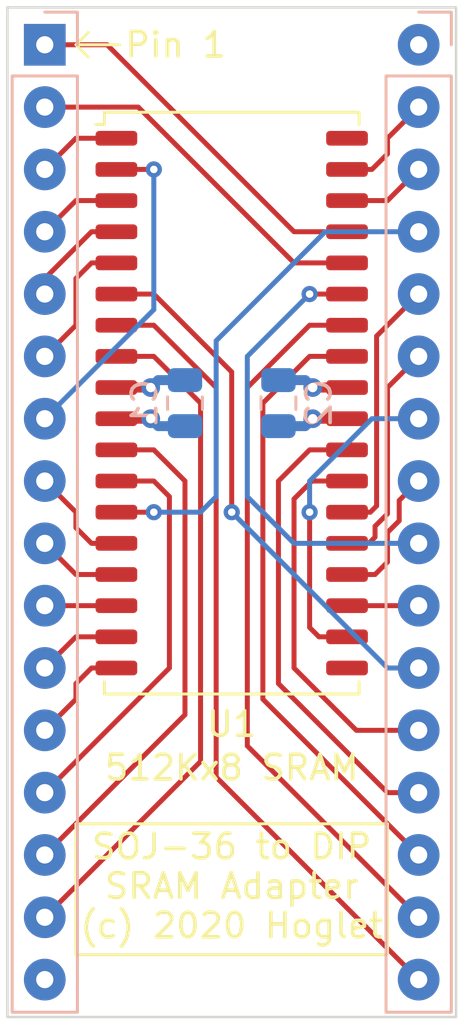
<source format=kicad_pcb>
(kicad_pcb (version 20171130) (host pcbnew 5.1.7-a382d34a8~87~ubuntu18.04.1)

  (general
    (thickness 1.6)
    (drawings 15)
    (tracks 135)
    (zones 0)
    (modules 5)
    (nets 35)
  )

  (page A4)
  (layers
    (0 F.Cu signal)
    (1 In1.Cu power hide)
    (2 In2.Cu power hide)
    (31 B.Cu signal)
    (32 B.Adhes user hide)
    (33 F.Adhes user hide)
    (34 B.Paste user hide)
    (35 F.Paste user hide)
    (36 B.SilkS user)
    (37 F.SilkS user)
    (38 B.Mask user hide)
    (39 F.Mask user hide)
    (40 Dwgs.User user)
    (41 Cmts.User user hide)
    (42 Eco1.User user)
    (43 Eco2.User user)
    (44 Edge.Cuts user)
    (45 Margin user hide)
    (46 B.CrtYd user hide)
    (47 F.CrtYd user hide)
    (48 B.Fab user hide)
    (49 F.Fab user hide)
  )

  (setup
    (last_trace_width 0.2032)
    (trace_clearance 0.2032)
    (zone_clearance 0.508)
    (zone_45_only no)
    (trace_min 0.2032)
    (via_size 0.6604)
    (via_drill 0.3048)
    (via_min_size 0.6096)
    (via_min_drill 0.3048)
    (uvia_size 0.6604)
    (uvia_drill 0.3048)
    (uvias_allowed no)
    (uvia_min_size 0.6096)
    (uvia_min_drill 0.3048)
    (edge_width 0.05)
    (segment_width 0.2)
    (pcb_text_width 0.3)
    (pcb_text_size 1.5 1.5)
    (mod_edge_width 0.12)
    (mod_text_size 1 1)
    (mod_text_width 0.15)
    (pad_size 1.524 1.524)
    (pad_drill 0.762)
    (pad_to_mask_clearance 0)
    (aux_axis_origin 0 0)
    (visible_elements FFFFFF7F)
    (pcbplotparams
      (layerselection 0x010fc_ffffffff)
      (usegerberextensions false)
      (usegerberattributes true)
      (usegerberadvancedattributes true)
      (creategerberjobfile true)
      (excludeedgelayer true)
      (linewidth 0.100000)
      (plotframeref false)
      (viasonmask false)
      (mode 1)
      (useauxorigin false)
      (hpglpennumber 1)
      (hpglpenspeed 20)
      (hpglpendiameter 15.000000)
      (psnegative false)
      (psa4output false)
      (plotreference true)
      (plotvalue true)
      (plotinvisibletext false)
      (padsonsilk false)
      (subtractmaskfromsilk false)
      (outputformat 1)
      (mirror false)
      (drillshape 1)
      (scaleselection 1)
      (outputdirectory ""))
  )

  (net 0 "")
  (net 1 /GND)
  (net 2 /VCC)
  (net 3 /DQ2)
  (net 4 /DQ1)
  (net 5 /DQ0)
  (net 6 /A0)
  (net 7 /A1)
  (net 8 /A2)
  (net 9 /A3)
  (net 10 /A4)
  (net 11 /A5)
  (net 12 /A6)
  (net 13 /A7)
  (net 14 /A12)
  (net 15 /A14)
  (net 16 /A16)
  (net 17 /A18)
  (net 18 /DQ3)
  (net 19 /DQ4)
  (net 20 /DQ5)
  (net 21 /DQ6)
  (net 22 /DQ7)
  (net 23 /CE#)
  (net 24 /A10)
  (net 25 /OE#)
  (net 26 /A11)
  (net 27 /A9)
  (net 28 /A8)
  (net 29 /A13)
  (net 30 /WE#)
  (net 31 /A17)
  (net 32 /A15)
  (net 33 "Net-(U1-Pad36)")
  (net 34 "Net-(U1-Pad19)")

  (net_class Default "This is the default net class."
    (clearance 0.2032)
    (trace_width 0.2032)
    (via_dia 0.6604)
    (via_drill 0.3048)
    (uvia_dia 0.6604)
    (uvia_drill 0.3048)
    (add_net /A0)
    (add_net /A1)
    (add_net /A10)
    (add_net /A11)
    (add_net /A12)
    (add_net /A13)
    (add_net /A14)
    (add_net /A15)
    (add_net /A16)
    (add_net /A17)
    (add_net /A18)
    (add_net /A2)
    (add_net /A3)
    (add_net /A4)
    (add_net /A5)
    (add_net /A6)
    (add_net /A7)
    (add_net /A8)
    (add_net /A9)
    (add_net /CE#)
    (add_net /DQ0)
    (add_net /DQ1)
    (add_net /DQ2)
    (add_net /DQ3)
    (add_net /DQ4)
    (add_net /DQ5)
    (add_net /DQ6)
    (add_net /DQ7)
    (add_net /OE#)
    (add_net /WE#)
    (add_net "Net-(U1-Pad19)")
    (add_net "Net-(U1-Pad36)")
  )

  (net_class Power ""
    (clearance 0.2032)
    (trace_width 0.4064)
    (via_dia 0.762)
    (via_drill 0.381)
    (uvia_dia 0.762)
    (uvia_drill 0.381)
    (add_net /GND)
    (add_net /VCC)
  )

  (module footprints:PinHeader_1x16_P2.54mm_VerticalAllRound (layer B.Cu) (tedit 5F96ABDA) (tstamp 5F971C46)
    (at 104.14 66.04 180)
    (descr "Through hole straight pin header, 1x16, 2.54mm pitch, single row")
    (tags "Through hole pin header THT 1x16 2.54mm single row")
    (path /5F92E19A)
    (fp_text reference J2 (at 0 2.33) (layer B.SilkS) hide
      (effects (font (size 1 1) (thickness 0.15)) (justify mirror))
    )
    (fp_text value Conn_01x16_Male (at 0 -40.43) (layer B.Fab)
      (effects (font (size 1 1) (thickness 0.15)) (justify mirror))
    )
    (fp_text user %R (at 0 -19.05 270) (layer B.Fab)
      (effects (font (size 1 1) (thickness 0.15)) (justify mirror))
    )
    (fp_line (start 1.8 1.8) (end -1.8 1.8) (layer B.CrtYd) (width 0.05))
    (fp_line (start 1.8 -39.9) (end 1.8 1.8) (layer B.CrtYd) (width 0.05))
    (fp_line (start -1.8 -39.9) (end 1.8 -39.9) (layer B.CrtYd) (width 0.05))
    (fp_line (start -1.8 1.8) (end -1.8 -39.9) (layer B.CrtYd) (width 0.05))
    (fp_line (start -1.33 1.33) (end 0 1.33) (layer B.SilkS) (width 0.12))
    (fp_line (start -1.33 0) (end -1.33 1.33) (layer B.SilkS) (width 0.12))
    (fp_line (start -1.33 -1.27) (end 1.33 -1.27) (layer B.SilkS) (width 0.12))
    (fp_line (start 1.33 -1.27) (end 1.33 -39.43) (layer B.SilkS) (width 0.12))
    (fp_line (start -1.33 -1.27) (end -1.33 -39.43) (layer B.SilkS) (width 0.12))
    (fp_line (start -1.33 -39.43) (end 1.33 -39.43) (layer B.SilkS) (width 0.12))
    (fp_line (start -1.27 0.635) (end -0.635 1.27) (layer B.Fab) (width 0.1))
    (fp_line (start -1.27 -39.37) (end -1.27 0.635) (layer B.Fab) (width 0.1))
    (fp_line (start 1.27 -39.37) (end -1.27 -39.37) (layer B.Fab) (width 0.1))
    (fp_line (start 1.27 1.27) (end 1.27 -39.37) (layer B.Fab) (width 0.1))
    (fp_line (start -0.635 1.27) (end 1.27 1.27) (layer B.Fab) (width 0.1))
    (pad 16 thru_hole oval (at 0 -38.1 180) (size 1.7 1.7) (drill 0.7) (layers *.Cu *.Mask)
      (net 18 /DQ3))
    (pad 15 thru_hole oval (at 0 -35.56 180) (size 1.7 1.7) (drill 0.7) (layers *.Cu *.Mask)
      (net 19 /DQ4))
    (pad 14 thru_hole oval (at 0 -33.02 180) (size 1.7 1.7) (drill 0.7) (layers *.Cu *.Mask)
      (net 20 /DQ5))
    (pad 13 thru_hole oval (at 0 -30.48 180) (size 1.7 1.7) (drill 0.7) (layers *.Cu *.Mask)
      (net 21 /DQ6))
    (pad 12 thru_hole oval (at 0 -27.94 180) (size 1.7 1.7) (drill 0.7) (layers *.Cu *.Mask)
      (net 22 /DQ7))
    (pad 11 thru_hole oval (at 0 -25.4 180) (size 1.7 1.7) (drill 0.7) (layers *.Cu *.Mask)
      (net 23 /CE#))
    (pad 10 thru_hole oval (at 0 -22.86 180) (size 1.7 1.7) (drill 0.7) (layers *.Cu *.Mask)
      (net 24 /A10))
    (pad 9 thru_hole oval (at 0 -20.32 180) (size 1.7 1.7) (drill 0.7) (layers *.Cu *.Mask)
      (net 25 /OE#))
    (pad 8 thru_hole oval (at 0 -17.78 180) (size 1.7 1.7) (drill 0.7) (layers *.Cu *.Mask)
      (net 26 /A11))
    (pad 7 thru_hole oval (at 0 -15.24 180) (size 1.7 1.7) (drill 0.7) (layers *.Cu *.Mask)
      (net 27 /A9))
    (pad 6 thru_hole oval (at 0 -12.7 180) (size 1.7 1.7) (drill 0.7) (layers *.Cu *.Mask)
      (net 28 /A8))
    (pad 5 thru_hole oval (at 0 -10.16 180) (size 1.7 1.7) (drill 0.7) (layers *.Cu *.Mask)
      (net 29 /A13))
    (pad 4 thru_hole oval (at 0 -7.62 180) (size 1.7 1.7) (drill 0.7) (layers *.Cu *.Mask)
      (net 30 /WE#))
    (pad 3 thru_hole oval (at 0 -5.08 180) (size 1.7 1.7) (drill 0.7) (layers *.Cu *.Mask)
      (net 31 /A17))
    (pad 2 thru_hole oval (at 0 -2.54 180) (size 1.7 1.7) (drill 0.7) (layers *.Cu *.Mask)
      (net 32 /A15))
    (pad 1 thru_hole circle (at 0 0 180) (size 1.7 1.7) (drill 0.7) (layers *.Cu *.Mask)
      (net 2 /VCC))
    (model ${KISYS3DMOD}/Connector_PinHeader_2.54mm.3dshapes/PinHeader_1x16_P2.54mm_Vertical.wrl
      (at (xyz 0 0 0))
      (scale (xyz 1 1 1))
      (rotate (xyz 0 0 0))
    )
  )

  (module footprints:PinHeader_1x16_P2.54mm_Vertical (layer B.Cu) (tedit 5F96ABC0) (tstamp 5F91C462)
    (at 88.9 66.04 180)
    (descr "Through hole straight pin header, 1x16, 2.54mm pitch, single row")
    (tags "Through hole pin header THT 1x16 2.54mm single row")
    (path /5F92BC33)
    (fp_text reference J1 (at 0 2.33) (layer B.SilkS) hide
      (effects (font (size 1 1) (thickness 0.15)) (justify mirror))
    )
    (fp_text value Conn_01x16_Male (at 0 -40.43) (layer B.Fab)
      (effects (font (size 1 1) (thickness 0.15)) (justify mirror))
    )
    (fp_text user %R (at 0 -19.05 270) (layer B.Fab)
      (effects (font (size 1 1) (thickness 0.15)) (justify mirror))
    )
    (fp_line (start 1.8 1.8) (end -1.8 1.8) (layer B.CrtYd) (width 0.05))
    (fp_line (start 1.8 -39.9) (end 1.8 1.8) (layer B.CrtYd) (width 0.05))
    (fp_line (start -1.8 -39.9) (end 1.8 -39.9) (layer B.CrtYd) (width 0.05))
    (fp_line (start -1.8 1.8) (end -1.8 -39.9) (layer B.CrtYd) (width 0.05))
    (fp_line (start -1.33 1.33) (end 0 1.33) (layer B.SilkS) (width 0.12))
    (fp_line (start -1.33 0) (end -1.33 1.33) (layer B.SilkS) (width 0.12))
    (fp_line (start -1.33 -1.27) (end 1.33 -1.27) (layer B.SilkS) (width 0.12))
    (fp_line (start 1.33 -1.27) (end 1.33 -39.43) (layer B.SilkS) (width 0.12))
    (fp_line (start -1.33 -1.27) (end -1.33 -39.43) (layer B.SilkS) (width 0.12))
    (fp_line (start -1.33 -39.43) (end 1.33 -39.43) (layer B.SilkS) (width 0.12))
    (fp_line (start -1.27 0.635) (end -0.635 1.27) (layer B.Fab) (width 0.1))
    (fp_line (start -1.27 -39.37) (end -1.27 0.635) (layer B.Fab) (width 0.1))
    (fp_line (start 1.27 -39.37) (end -1.27 -39.37) (layer B.Fab) (width 0.1))
    (fp_line (start 1.27 1.27) (end 1.27 -39.37) (layer B.Fab) (width 0.1))
    (fp_line (start -0.635 1.27) (end 1.27 1.27) (layer B.Fab) (width 0.1))
    (pad 16 thru_hole oval (at 0 -38.1 180) (size 1.7 1.7) (drill 0.7) (layers *.Cu *.Mask)
      (net 1 /GND))
    (pad 15 thru_hole oval (at 0 -35.56 180) (size 1.7 1.7) (drill 0.7) (layers *.Cu *.Mask)
      (net 3 /DQ2))
    (pad 14 thru_hole oval (at 0 -33.02 180) (size 1.7 1.7) (drill 0.7) (layers *.Cu *.Mask)
      (net 4 /DQ1))
    (pad 13 thru_hole oval (at 0 -30.48 180) (size 1.7 1.7) (drill 0.7) (layers *.Cu *.Mask)
      (net 5 /DQ0))
    (pad 12 thru_hole oval (at 0 -27.94 180) (size 1.7 1.7) (drill 0.7) (layers *.Cu *.Mask)
      (net 6 /A0))
    (pad 11 thru_hole oval (at 0 -25.4 180) (size 1.7 1.7) (drill 0.7) (layers *.Cu *.Mask)
      (net 7 /A1))
    (pad 10 thru_hole oval (at 0 -22.86 180) (size 1.7 1.7) (drill 0.7) (layers *.Cu *.Mask)
      (net 8 /A2))
    (pad 9 thru_hole oval (at 0 -20.32 180) (size 1.7 1.7) (drill 0.7) (layers *.Cu *.Mask)
      (net 9 /A3))
    (pad 8 thru_hole oval (at 0 -17.78 180) (size 1.7 1.7) (drill 0.7) (layers *.Cu *.Mask)
      (net 10 /A4))
    (pad 7 thru_hole oval (at 0 -15.24 180) (size 1.7 1.7) (drill 0.7) (layers *.Cu *.Mask)
      (net 11 /A5))
    (pad 6 thru_hole oval (at 0 -12.7 180) (size 1.7 1.7) (drill 0.7) (layers *.Cu *.Mask)
      (net 12 /A6))
    (pad 5 thru_hole oval (at 0 -10.16 180) (size 1.7 1.7) (drill 0.7) (layers *.Cu *.Mask)
      (net 13 /A7))
    (pad 4 thru_hole oval (at 0 -7.62 180) (size 1.7 1.7) (drill 0.7) (layers *.Cu *.Mask)
      (net 14 /A12))
    (pad 3 thru_hole oval (at 0 -5.08 180) (size 1.7 1.7) (drill 0.7) (layers *.Cu *.Mask)
      (net 15 /A14))
    (pad 2 thru_hole oval (at 0 -2.54 180) (size 1.7 1.7) (drill 0.7) (layers *.Cu *.Mask)
      (net 16 /A16))
    (pad 1 thru_hole rect (at 0 0 180) (size 1.7 1.7) (drill 0.7) (layers *.Cu *.Mask)
      (net 17 /A18))
    (model ${KISYS3DMOD}/Connector_PinHeader_2.54mm.3dshapes/PinHeader_1x16_P2.54mm_Vertical.wrl
      (at (xyz 0 0 0))
      (scale (xyz 1 1 1))
      (rotate (xyz 0 0 0))
    )
  )

  (module Package_SO:SOJ-36_10.16x23.49mm_P1.27mm (layer F.Cu) (tedit 5D9F72B1) (tstamp 5F91CB81)
    (at 96.52 80.645)
    (descr "SOJ, 36 Pin (http://www.issi.com/WW/pdf/61-64C5128AL.pdf), generated with kicad-footprint-generator ipc_gullwing_generator.py")
    (tags "SOJ SO")
    (path /5F9495FF)
    (attr smd)
    (fp_text reference U1 (at 0 13.081) (layer F.SilkS)
      (effects (font (size 1 1) (thickness 0.15)))
    )
    (fp_text value IS61C5128AL-10KLI (at 0 12.7) (layer F.Fab)
      (effects (font (size 1 1) (thickness 0.15)))
    )
    (fp_line (start 0 11.855) (end 5.19 11.855) (layer F.SilkS) (width 0.12))
    (fp_line (start 5.19 11.855) (end 5.19 11.355) (layer F.SilkS) (width 0.12))
    (fp_line (start 0 11.855) (end -5.19 11.855) (layer F.SilkS) (width 0.12))
    (fp_line (start -5.19 11.855) (end -5.19 11.355) (layer F.SilkS) (width 0.12))
    (fp_line (start 0 -11.855) (end 5.19 -11.855) (layer F.SilkS) (width 0.12))
    (fp_line (start 5.19 -11.855) (end 5.19 -11.355) (layer F.SilkS) (width 0.12))
    (fp_line (start 0 -11.855) (end -5.19 -11.855) (layer F.SilkS) (width 0.12))
    (fp_line (start -5.19 -11.855) (end -5.19 -11.355) (layer F.SilkS) (width 0.12))
    (fp_line (start -5.19 -11.355) (end -5.55 -11.355) (layer F.SilkS) (width 0.12))
    (fp_line (start -4.08 -11.745) (end 5.08 -11.745) (layer F.Fab) (width 0.1))
    (fp_line (start 5.08 -11.745) (end 5.08 11.745) (layer F.Fab) (width 0.1))
    (fp_line (start 5.08 11.745) (end -5.08 11.745) (layer F.Fab) (width 0.1))
    (fp_line (start -5.08 11.745) (end -5.08 -10.745) (layer F.Fab) (width 0.1))
    (fp_line (start -5.08 -10.745) (end -4.08 -11.745) (layer F.Fab) (width 0.1))
    (fp_line (start -5.8 -12) (end -5.8 12) (layer F.CrtYd) (width 0.05))
    (fp_line (start -5.8 12) (end 5.8 12) (layer F.CrtYd) (width 0.05))
    (fp_line (start 5.8 12) (end 5.8 -12) (layer F.CrtYd) (width 0.05))
    (fp_line (start 5.8 -12) (end -5.8 -12) (layer F.CrtYd) (width 0.05))
    (fp_text user %R (at 0 0) (layer F.Fab)
      (effects (font (size 1 1) (thickness 0.15)))
    )
    (pad 36 smd roundrect (at 4.7 -10.795) (size 1.7 0.6) (layers F.Cu F.Paste F.Mask) (roundrect_rratio 0.25)
      (net 33 "Net-(U1-Pad36)"))
    (pad 35 smd roundrect (at 4.7 -9.525) (size 1.7 0.6) (layers F.Cu F.Paste F.Mask) (roundrect_rratio 0.25)
      (net 32 /A15))
    (pad 34 smd roundrect (at 4.7 -8.255) (size 1.7 0.6) (layers F.Cu F.Paste F.Mask) (roundrect_rratio 0.25)
      (net 31 /A17))
    (pad 33 smd roundrect (at 4.7 -6.985) (size 1.7 0.6) (layers F.Cu F.Paste F.Mask) (roundrect_rratio 0.25)
      (net 17 /A18))
    (pad 32 smd roundrect (at 4.7 -5.715) (size 1.7 0.6) (layers F.Cu F.Paste F.Mask) (roundrect_rratio 0.25)
      (net 16 /A16))
    (pad 31 smd roundrect (at 4.7 -4.445) (size 1.7 0.6) (layers F.Cu F.Paste F.Mask) (roundrect_rratio 0.25)
      (net 25 /OE#))
    (pad 30 smd roundrect (at 4.7 -3.175) (size 1.7 0.6) (layers F.Cu F.Paste F.Mask) (roundrect_rratio 0.25)
      (net 19 /DQ4))
    (pad 29 smd roundrect (at 4.7 -1.905) (size 1.7 0.6) (layers F.Cu F.Paste F.Mask) (roundrect_rratio 0.25)
      (net 20 /DQ5))
    (pad 28 smd roundrect (at 4.7 -0.635) (size 1.7 0.6) (layers F.Cu F.Paste F.Mask) (roundrect_rratio 0.25)
      (net 1 /GND))
    (pad 27 smd roundrect (at 4.7 0.635) (size 1.7 0.6) (layers F.Cu F.Paste F.Mask) (roundrect_rratio 0.25)
      (net 2 /VCC))
    (pad 26 smd roundrect (at 4.7 1.905) (size 1.7 0.6) (layers F.Cu F.Paste F.Mask) (roundrect_rratio 0.25)
      (net 21 /DQ6))
    (pad 25 smd roundrect (at 4.7 3.175) (size 1.7 0.6) (layers F.Cu F.Paste F.Mask) (roundrect_rratio 0.25)
      (net 22 /DQ7))
    (pad 24 smd roundrect (at 4.7 4.445) (size 1.7 0.6) (layers F.Cu F.Paste F.Mask) (roundrect_rratio 0.25)
      (net 29 /A13))
    (pad 23 smd roundrect (at 4.7 5.715) (size 1.7 0.6) (layers F.Cu F.Paste F.Mask) (roundrect_rratio 0.25)
      (net 28 /A8))
    (pad 22 smd roundrect (at 4.7 6.985) (size 1.7 0.6) (layers F.Cu F.Paste F.Mask) (roundrect_rratio 0.25)
      (net 26 /A11))
    (pad 21 smd roundrect (at 4.7 8.255) (size 1.7 0.6) (layers F.Cu F.Paste F.Mask) (roundrect_rratio 0.25)
      (net 24 /A10))
    (pad 20 smd roundrect (at 4.7 9.525) (size 1.7 0.6) (layers F.Cu F.Paste F.Mask) (roundrect_rratio 0.25)
      (net 27 /A9))
    (pad 19 smd roundrect (at 4.7 10.795) (size 1.7 0.6) (layers F.Cu F.Paste F.Mask) (roundrect_rratio 0.25)
      (net 34 "Net-(U1-Pad19)"))
    (pad 18 smd roundrect (at -4.7 10.795) (size 1.7 0.6) (layers F.Cu F.Paste F.Mask) (roundrect_rratio 0.25)
      (net 6 /A0))
    (pad 17 smd roundrect (at -4.7 9.525) (size 1.7 0.6) (layers F.Cu F.Paste F.Mask) (roundrect_rratio 0.25)
      (net 7 /A1))
    (pad 16 smd roundrect (at -4.7 8.255) (size 1.7 0.6) (layers F.Cu F.Paste F.Mask) (roundrect_rratio 0.25)
      (net 8 /A2))
    (pad 15 smd roundrect (at -4.7 6.985) (size 1.7 0.6) (layers F.Cu F.Paste F.Mask) (roundrect_rratio 0.25)
      (net 9 /A3))
    (pad 14 smd roundrect (at -4.7 5.715) (size 1.7 0.6) (layers F.Cu F.Paste F.Mask) (roundrect_rratio 0.25)
      (net 10 /A4))
    (pad 13 smd roundrect (at -4.7 4.445) (size 1.7 0.6) (layers F.Cu F.Paste F.Mask) (roundrect_rratio 0.25)
      (net 30 /WE#))
    (pad 12 smd roundrect (at -4.7 3.175) (size 1.7 0.6) (layers F.Cu F.Paste F.Mask) (roundrect_rratio 0.25)
      (net 5 /DQ0))
    (pad 11 smd roundrect (at -4.7 1.905) (size 1.7 0.6) (layers F.Cu F.Paste F.Mask) (roundrect_rratio 0.25)
      (net 4 /DQ1))
    (pad 10 smd roundrect (at -4.7 0.635) (size 1.7 0.6) (layers F.Cu F.Paste F.Mask) (roundrect_rratio 0.25)
      (net 1 /GND))
    (pad 9 smd roundrect (at -4.7 -0.635) (size 1.7 0.6) (layers F.Cu F.Paste F.Mask) (roundrect_rratio 0.25)
      (net 2 /VCC))
    (pad 8 smd roundrect (at -4.7 -1.905) (size 1.7 0.6) (layers F.Cu F.Paste F.Mask) (roundrect_rratio 0.25)
      (net 3 /DQ2))
    (pad 7 smd roundrect (at -4.7 -3.175) (size 1.7 0.6) (layers F.Cu F.Paste F.Mask) (roundrect_rratio 0.25)
      (net 18 /DQ3))
    (pad 6 smd roundrect (at -4.7 -4.445) (size 1.7 0.6) (layers F.Cu F.Paste F.Mask) (roundrect_rratio 0.25)
      (net 23 /CE#))
    (pad 5 smd roundrect (at -4.7 -5.715) (size 1.7 0.6) (layers F.Cu F.Paste F.Mask) (roundrect_rratio 0.25)
      (net 12 /A6))
    (pad 4 smd roundrect (at -4.7 -6.985) (size 1.7 0.6) (layers F.Cu F.Paste F.Mask) (roundrect_rratio 0.25)
      (net 13 /A7))
    (pad 3 smd roundrect (at -4.7 -8.255) (size 1.7 0.6) (layers F.Cu F.Paste F.Mask) (roundrect_rratio 0.25)
      (net 14 /A12))
    (pad 2 smd roundrect (at -4.7 -9.525) (size 1.7 0.6) (layers F.Cu F.Paste F.Mask) (roundrect_rratio 0.25)
      (net 11 /A5))
    (pad 1 smd roundrect (at -4.7 -10.795) (size 1.7 0.6) (layers F.Cu F.Paste F.Mask) (roundrect_rratio 0.25)
      (net 15 /A14))
    (model ${KISYS3DMOD}/Package_SO.3dshapes/SOJ-36_10.16x23.49mm_P1.27mm.wrl
      (at (xyz 0 0 0))
      (scale (xyz 1 1 1))
      (rotate (xyz 0 0 0))
    )
  )

  (module Capacitor_SMD:C_0805_2012Metric (layer B.Cu) (tedit 5B36C52B) (tstamp 5F91A0F2)
    (at 98.425 80.645 90)
    (descr "Capacitor SMD 0805 (2012 Metric), square (rectangular) end terminal, IPC_7351 nominal, (Body size source: https://docs.google.com/spreadsheets/d/1BsfQQcO9C6DZCsRaXUlFlo91Tg2WpOkGARC1WS5S8t0/edit?usp=sharing), generated with kicad-footprint-generator")
    (tags capacitor)
    (path /5F94290A)
    (attr smd)
    (fp_text reference C2 (at 0 1.65 90) (layer B.SilkS)
      (effects (font (size 1 1) (thickness 0.15)) (justify mirror))
    )
    (fp_text value 100nF (at 0 -1.65 90) (layer B.Fab)
      (effects (font (size 1 1) (thickness 0.15)) (justify mirror))
    )
    (fp_line (start -1 -0.6) (end -1 0.6) (layer B.Fab) (width 0.1))
    (fp_line (start -1 0.6) (end 1 0.6) (layer B.Fab) (width 0.1))
    (fp_line (start 1 0.6) (end 1 -0.6) (layer B.Fab) (width 0.1))
    (fp_line (start 1 -0.6) (end -1 -0.6) (layer B.Fab) (width 0.1))
    (fp_line (start -0.258578 0.71) (end 0.258578 0.71) (layer B.SilkS) (width 0.12))
    (fp_line (start -0.258578 -0.71) (end 0.258578 -0.71) (layer B.SilkS) (width 0.12))
    (fp_line (start -1.68 -0.95) (end -1.68 0.95) (layer B.CrtYd) (width 0.05))
    (fp_line (start -1.68 0.95) (end 1.68 0.95) (layer B.CrtYd) (width 0.05))
    (fp_line (start 1.68 0.95) (end 1.68 -0.95) (layer B.CrtYd) (width 0.05))
    (fp_line (start 1.68 -0.95) (end -1.68 -0.95) (layer B.CrtYd) (width 0.05))
    (fp_text user %R (at 0 0 90) (layer B.Fab)
      (effects (font (size 0.5 0.5) (thickness 0.08)) (justify mirror))
    )
    (pad 2 smd roundrect (at 0.9375 0 90) (size 0.975 1.4) (layers B.Cu B.Paste B.Mask) (roundrect_rratio 0.25)
      (net 1 /GND))
    (pad 1 smd roundrect (at -0.9375 0 90) (size 0.975 1.4) (layers B.Cu B.Paste B.Mask) (roundrect_rratio 0.25)
      (net 2 /VCC))
    (model ${KISYS3DMOD}/Capacitor_SMD.3dshapes/C_0805_2012Metric.wrl
      (at (xyz 0 0 0))
      (scale (xyz 1 1 1))
      (rotate (xyz 0 0 0))
    )
  )

  (module Capacitor_SMD:C_0805_2012Metric (layer B.Cu) (tedit 5B36C52B) (tstamp 5F91A44A)
    (at 94.615 80.645 270)
    (descr "Capacitor SMD 0805 (2012 Metric), square (rectangular) end terminal, IPC_7351 nominal, (Body size source: https://docs.google.com/spreadsheets/d/1BsfQQcO9C6DZCsRaXUlFlo91Tg2WpOkGARC1WS5S8t0/edit?usp=sharing), generated with kicad-footprint-generator")
    (tags capacitor)
    (path /5F9423F9)
    (attr smd)
    (fp_text reference C1 (at 0 1.65 270) (layer B.SilkS)
      (effects (font (size 1 1) (thickness 0.15)) (justify mirror))
    )
    (fp_text value 100nF (at 0 -1.65 270) (layer B.Fab)
      (effects (font (size 1 1) (thickness 0.15)) (justify mirror))
    )
    (fp_line (start -1 -0.6) (end -1 0.6) (layer B.Fab) (width 0.1))
    (fp_line (start -1 0.6) (end 1 0.6) (layer B.Fab) (width 0.1))
    (fp_line (start 1 0.6) (end 1 -0.6) (layer B.Fab) (width 0.1))
    (fp_line (start 1 -0.6) (end -1 -0.6) (layer B.Fab) (width 0.1))
    (fp_line (start -0.258578 0.71) (end 0.258578 0.71) (layer B.SilkS) (width 0.12))
    (fp_line (start -0.258578 -0.71) (end 0.258578 -0.71) (layer B.SilkS) (width 0.12))
    (fp_line (start -1.68 -0.95) (end -1.68 0.95) (layer B.CrtYd) (width 0.05))
    (fp_line (start -1.68 0.95) (end 1.68 0.95) (layer B.CrtYd) (width 0.05))
    (fp_line (start 1.68 0.95) (end 1.68 -0.95) (layer B.CrtYd) (width 0.05))
    (fp_line (start 1.68 -0.95) (end -1.68 -0.95) (layer B.CrtYd) (width 0.05))
    (fp_text user %R (at 0 0 270) (layer B.Fab)
      (effects (font (size 0.5 0.5) (thickness 0.08)) (justify mirror))
    )
    (pad 2 smd roundrect (at 0.9375 0 270) (size 0.975 1.4) (layers B.Cu B.Paste B.Mask) (roundrect_rratio 0.25)
      (net 1 /GND))
    (pad 1 smd roundrect (at -0.9375 0 270) (size 0.975 1.4) (layers B.Cu B.Paste B.Mask) (roundrect_rratio 0.25)
      (net 2 /VCC))
    (model ${KISYS3DMOD}/Capacitor_SMD.3dshapes/C_0805_2012Metric.wrl
      (at (xyz 0 0 0))
      (scale (xyz 1 1 1))
      (rotate (xyz 0 0 0))
    )
  )

  (gr_line (start 90.17 66.04) (end 90.678 65.532) (layer F.SilkS) (width 0.12))
  (gr_line (start 90.17 66.04) (end 90.678 66.548) (layer F.SilkS) (width 0.12))
  (gr_line (start 90.17 66.04) (end 90.424 66.04) (layer F.SilkS) (width 0.12))
  (gr_line (start 91.948 66.04) (end 90.17 66.04) (layer F.SilkS) (width 0.12))
  (gr_text "Pin 1" (at 94.234 66.04) (layer F.SilkS)
    (effects (font (size 1 1) (thickness 0.15)))
  )
  (gr_line (start 90.17 103.124) (end 90.17 97.79) (layer F.SilkS) (width 0.12) (tstamp 5F971CD4))
  (gr_line (start 102.87 103.124) (end 90.17 103.124) (layer F.SilkS) (width 0.12))
  (gr_line (start 102.87 97.79) (end 102.87 103.124) (layer F.SilkS) (width 0.12))
  (gr_line (start 90.17 97.79) (end 102.87 97.79) (layer F.SilkS) (width 0.12))
  (gr_text "SOJ-36 to DIP\nSRAM Adapter\n(c) 2020 Hoglet" (at 96.52 100.33) (layer F.SilkS)
    (effects (font (size 1 1) (thickness 0.15)))
  )
  (gr_text "512Kx8 SRAM" (at 96.52 95.504) (layer F.SilkS)
    (effects (font (size 1 1) (thickness 0.15)))
  )
  (gr_line (start 105.664 64.516) (end 105.664 105.664) (layer Edge.Cuts) (width 0.1))
  (gr_line (start 87.376 64.516) (end 105.664 64.516) (layer Edge.Cuts) (width 0.1))
  (gr_line (start 87.376 105.664) (end 87.376 64.516) (layer Edge.Cuts) (width 0.1))
  (gr_line (start 105.664 105.664) (end 87.376 105.664) (layer Edge.Cuts) (width 0.1))

  (via (at 99.822 80.01) (size 0.762) (drill 0.381) (layers F.Cu B.Cu) (net 1))
  (via (at 93.218 81.28) (size 0.762) (drill 0.381) (layers F.Cu B.Cu) (net 1))
  (segment (start 91.82 81.28) (end 93.218 81.28) (width 0.4064) (layer F.Cu) (net 1) (status 10))
  (segment (start 99.822 80.01) (end 101.22 80.01) (width 0.4064) (layer F.Cu) (net 1) (status 20))
  (segment (start 93.5205 81.5825) (end 93.218 81.28) (width 0.4064) (layer B.Cu) (net 1))
  (segment (start 94.615 81.5825) (end 93.5205 81.5825) (width 0.4064) (layer B.Cu) (net 1) (status 10))
  (segment (start 99.5195 79.7075) (end 99.822 80.01) (width 0.4064) (layer B.Cu) (net 1))
  (segment (start 98.425 79.7075) (end 99.5195 79.7075) (width 0.4064) (layer B.Cu) (net 1) (status 10))
  (via (at 93.218 80.01) (size 0.762) (drill 0.381) (layers F.Cu B.Cu) (net 2))
  (via (at 99.822 81.28) (size 0.762) (drill 0.381) (layers F.Cu B.Cu) (net 2))
  (segment (start 91.82 80.01) (end 93.218 80.01) (width 0.4064) (layer F.Cu) (net 2) (status 10))
  (segment (start 99.822 81.28) (end 101.22 81.28) (width 0.4064) (layer F.Cu) (net 2) (status 20))
  (segment (start 93.5205 79.7075) (end 93.218 80.01) (width 0.4064) (layer B.Cu) (net 2))
  (segment (start 94.615 79.7075) (end 93.5205 79.7075) (width 0.4064) (layer B.Cu) (net 2) (status 10))
  (segment (start 99.5195 81.5825) (end 99.822 81.28) (width 0.4064) (layer B.Cu) (net 2))
  (segment (start 98.425 81.5825) (end 99.5195 81.5825) (width 0.4064) (layer B.Cu) (net 2) (status 10))
  (segment (start 93.345 78.74) (end 91.82 78.74) (width 0.2032) (layer F.Cu) (net 3))
  (segment (start 95.25 80.645) (end 93.345 78.74) (width 0.2032) (layer F.Cu) (net 3))
  (segment (start 88.9 101.6) (end 95.25 95.25) (width 0.2032) (layer F.Cu) (net 3))
  (segment (start 95.25 95.25) (end 95.25 80.645) (width 0.2032) (layer F.Cu) (net 3))
  (segment (start 94.615 93.345) (end 88.9 99.06) (width 0.2032) (layer F.Cu) (net 4))
  (segment (start 91.82 82.55) (end 93.345 82.55) (width 0.2032) (layer F.Cu) (net 4))
  (segment (start 94.615 83.82) (end 94.615 93.345) (width 0.2032) (layer F.Cu) (net 4))
  (segment (start 93.345 82.55) (end 94.615 83.82) (width 0.2032) (layer F.Cu) (net 4))
  (segment (start 93.345 83.82) (end 91.82 83.82) (width 0.2032) (layer F.Cu) (net 5))
  (segment (start 93.98 84.455) (end 93.345 83.82) (width 0.2032) (layer F.Cu) (net 5))
  (segment (start 88.9 96.52) (end 93.98 91.44) (width 0.2032) (layer F.Cu) (net 5))
  (segment (start 93.98 91.44) (end 93.98 84.455) (width 0.2032) (layer F.Cu) (net 5))
  (segment (start 91.82 91.44) (end 90.805 91.44) (width 0.2032) (layer F.Cu) (net 6) (status 10))
  (segment (start 90.805 91.44) (end 90.17 92.075) (width 0.2032) (layer F.Cu) (net 6))
  (segment (start 90.17 92.075) (end 90.17 92.71) (width 0.2032) (layer F.Cu) (net 6))
  (segment (start 90.17 92.71) (end 88.9 93.98) (width 0.2032) (layer F.Cu) (net 6) (status 20))
  (segment (start 90.17 90.17) (end 91.82 90.17) (width 0.2032) (layer F.Cu) (net 7))
  (segment (start 88.9 91.44) (end 90.17 90.17) (width 0.2032) (layer F.Cu) (net 7))
  (segment (start 88.9 88.9) (end 91.82 88.9) (width 0.2032) (layer F.Cu) (net 8) (status 30))
  (segment (start 88.9 86.36) (end 90.17 87.63) (width 0.2032) (layer F.Cu) (net 9) (status 10))
  (segment (start 90.17 87.63) (end 91.82 87.63) (width 0.2032) (layer F.Cu) (net 9) (status 20))
  (segment (start 91.82 86.36) (end 90.805 86.36) (width 0.2032) (layer F.Cu) (net 10) (status 10))
  (segment (start 90.805 86.36) (end 90.17 85.725) (width 0.2032) (layer F.Cu) (net 10))
  (segment (start 90.17 85.725) (end 90.17 85.09) (width 0.2032) (layer F.Cu) (net 10))
  (segment (start 90.17 85.09) (end 88.9 83.82) (width 0.2032) (layer F.Cu) (net 10) (status 20))
  (segment (start 91.82 71.12) (end 93.345 71.12) (width 0.2032) (layer F.Cu) (net 11))
  (via (at 93.345 71.12) (size 0.6604) (drill 0.3048) (layers F.Cu B.Cu) (net 11))
  (segment (start 93.345 76.835) (end 88.9 81.28) (width 0.2032) (layer B.Cu) (net 11))
  (segment (start 93.345 71.12) (end 93.345 76.835) (width 0.2032) (layer B.Cu) (net 11))
  (segment (start 90.17 77.47) (end 88.9 78.74) (width 0.2032) (layer F.Cu) (net 12))
  (segment (start 90.17 75.565) (end 90.17 77.47) (width 0.2032) (layer F.Cu) (net 12))
  (segment (start 91.82 74.93) (end 90.805 74.93) (width 0.2032) (layer F.Cu) (net 12))
  (segment (start 90.805 74.93) (end 90.17 75.565) (width 0.2032) (layer F.Cu) (net 12))
  (segment (start 90.805 73.66) (end 91.82 73.66) (width 0.2032) (layer F.Cu) (net 13))
  (segment (start 88.9 76.2) (end 88.9 75.565) (width 0.2032) (layer F.Cu) (net 13))
  (segment (start 88.9 75.565) (end 90.805 73.66) (width 0.2032) (layer F.Cu) (net 13))
  (segment (start 90.17 72.39) (end 91.82 72.39) (width 0.2032) (layer F.Cu) (net 14))
  (segment (start 88.9 73.66) (end 90.17 72.39) (width 0.2032) (layer F.Cu) (net 14))
  (segment (start 90.17 69.85) (end 88.9 71.12) (width 0.2032) (layer F.Cu) (net 15) (status 20))
  (segment (start 91.82 69.85) (end 90.17 69.85) (width 0.2032) (layer F.Cu) (net 15) (status 10))
  (segment (start 88.9 68.58) (end 92.71 68.58) (width 0.2032) (layer F.Cu) (net 16) (status 10))
  (segment (start 99.06 74.93) (end 101.22 74.93) (width 0.2032) (layer F.Cu) (net 16) (status 20))
  (segment (start 92.71 68.58) (end 99.06 74.93) (width 0.2032) (layer F.Cu) (net 16))
  (segment (start 101.22 73.66) (end 99.06 73.66) (width 0.2032) (layer F.Cu) (net 17) (status 10))
  (segment (start 91.44 66.04) (end 88.9 66.04) (width 0.2032) (layer F.Cu) (net 17) (status 20))
  (segment (start 99.06 73.66) (end 91.44 66.04) (width 0.2032) (layer F.Cu) (net 17))
  (segment (start 93.345 77.47) (end 91.82 77.47) (width 0.2032) (layer F.Cu) (net 18))
  (segment (start 104.14 104.14) (end 95.885 95.885) (width 0.2032) (layer F.Cu) (net 18))
  (segment (start 95.885 80.01) (end 93.345 77.47) (width 0.2032) (layer F.Cu) (net 18))
  (segment (start 95.885 95.885) (end 95.885 80.01) (width 0.2032) (layer F.Cu) (net 18))
  (segment (start 99.695 77.47) (end 101.22 77.47) (width 0.2032) (layer F.Cu) (net 19))
  (segment (start 97.155 80.01) (end 99.695 77.47) (width 0.2032) (layer F.Cu) (net 19))
  (segment (start 104.14 101.6) (end 97.155 94.615) (width 0.2032) (layer F.Cu) (net 19))
  (segment (start 97.155 94.615) (end 97.155 80.01) (width 0.2032) (layer F.Cu) (net 19))
  (segment (start 97.79 80.645) (end 97.79 92.71) (width 0.2032) (layer F.Cu) (net 20))
  (segment (start 101.22 78.74) (end 99.695 78.74) (width 0.2032) (layer F.Cu) (net 20))
  (segment (start 97.79 92.71) (end 104.14 99.06) (width 0.2032) (layer F.Cu) (net 20))
  (segment (start 99.695 78.74) (end 97.79 80.645) (width 0.2032) (layer F.Cu) (net 20))
  (segment (start 102.87 96.52) (end 104.14 96.52) (width 0.2032) (layer F.Cu) (net 21))
  (segment (start 98.425 92.075) (end 102.87 96.52) (width 0.2032) (layer F.Cu) (net 21))
  (segment (start 98.425 83.82) (end 98.425 92.075) (width 0.2032) (layer F.Cu) (net 21))
  (segment (start 101.22 82.55) (end 99.695 82.55) (width 0.2032) (layer F.Cu) (net 21))
  (segment (start 99.695 82.55) (end 98.425 83.82) (width 0.2032) (layer F.Cu) (net 21))
  (segment (start 99.79025 83.82) (end 101.22 83.82) (width 0.2032) (layer F.Cu) (net 22))
  (segment (start 99.06 84.55025) (end 99.79025 83.82) (width 0.2032) (layer F.Cu) (net 22))
  (segment (start 99.06 91.44) (end 99.06 84.55025) (width 0.2032) (layer F.Cu) (net 22))
  (segment (start 104.14 93.98) (end 101.6 93.98) (width 0.2032) (layer F.Cu) (net 22))
  (segment (start 101.6 93.98) (end 99.06 91.44) (width 0.2032) (layer F.Cu) (net 22))
  (segment (start 96.52 85.09) (end 96.52 79.375) (width 0.2032) (layer F.Cu) (net 23))
  (via (at 96.52 85.09) (size 0.6604) (drill 0.3048) (layers F.Cu B.Cu) (net 23))
  (segment (start 96.52 79.375) (end 93.345 76.2) (width 0.2032) (layer F.Cu) (net 23))
  (segment (start 93.345 76.2) (end 91.82 76.2) (width 0.2032) (layer F.Cu) (net 23))
  (segment (start 102.87 91.44) (end 104.14 91.44) (width 0.2032) (layer B.Cu) (net 23))
  (segment (start 96.52 85.09) (end 102.87 91.44) (width 0.2032) (layer B.Cu) (net 23))
  (segment (start 101.22 88.9) (end 104.14 88.9) (width 0.2032) (layer F.Cu) (net 24) (status 30))
  (via (at 99.695 76.2) (size 0.6604) (drill 0.3048) (layers F.Cu B.Cu) (net 25))
  (segment (start 101.22 76.2) (end 99.695 76.2) (width 0.2032) (layer F.Cu) (net 25))
  (segment (start 102.235 86.36) (end 104.14 86.36) (width 0.2032) (layer B.Cu) (net 25))
  (segment (start 99.695 76.2) (end 97.155 78.74) (width 0.2032) (layer B.Cu) (net 25))
  (segment (start 97.155 78.74) (end 97.155 84.455) (width 0.2032) (layer B.Cu) (net 25))
  (segment (start 97.155 84.455) (end 99.06 86.36) (width 0.2032) (layer B.Cu) (net 25))
  (segment (start 99.06 86.36) (end 102.235 86.36) (width 0.2032) (layer B.Cu) (net 25))
  (segment (start 102.362 87.63) (end 101.22 87.63) (width 0.2032) (layer F.Cu) (net 26))
  (segment (start 102.87 87.122) (end 102.362 87.63) (width 0.2032) (layer F.Cu) (net 26))
  (segment (start 102.87 85.9155) (end 102.87 87.122) (width 0.2032) (layer F.Cu) (net 26))
  (segment (start 103.34625 85.43925) (end 102.87 85.9155) (width 0.2032) (layer F.Cu) (net 26))
  (segment (start 104.14 83.82) (end 103.34625 84.61375) (width 0.2032) (layer F.Cu) (net 26))
  (segment (start 103.34625 84.61375) (end 103.34625 85.43925) (width 0.2032) (layer F.Cu) (net 26))
  (via (at 99.695 85.09) (size 0.6604) (drill 0.3048) (layers F.Cu B.Cu) (net 27))
  (segment (start 99.695 85.09) (end 99.695 83.82) (width 0.2032) (layer B.Cu) (net 27))
  (segment (start 102.235 81.28) (end 104.14 81.28) (width 0.2032) (layer B.Cu) (net 27))
  (segment (start 99.695 83.82) (end 102.235 81.28) (width 0.2032) (layer B.Cu) (net 27))
  (segment (start 99.695 89.789) (end 99.695 85.09) (width 0.2032) (layer F.Cu) (net 27))
  (segment (start 101.22 90.17) (end 100.076 90.17) (width 0.2032) (layer F.Cu) (net 27))
  (segment (start 100.076 90.17) (end 99.695 89.789) (width 0.2032) (layer F.Cu) (net 27))
  (segment (start 102.87 80.01) (end 104.14 78.74) (width 0.2032) (layer F.Cu) (net 28))
  (segment (start 102.87 85.1535) (end 102.87 80.01) (width 0.2032) (layer F.Cu) (net 28))
  (segment (start 102.362 85.6615) (end 102.87 85.1535) (width 0.2032) (layer F.Cu) (net 28))
  (segment (start 102.362 86.106) (end 102.362 85.6615) (width 0.2032) (layer F.Cu) (net 28))
  (segment (start 101.22 86.36) (end 102.108 86.36) (width 0.2032) (layer F.Cu) (net 28))
  (segment (start 102.108 86.36) (end 102.362 86.106) (width 0.2032) (layer F.Cu) (net 28))
  (segment (start 101.22 85.09) (end 101.6 85.09) (width 0.2032) (layer F.Cu) (net 29) (status 30))
  (segment (start 102.4255 84.836) (end 102.4255 77.9145) (width 0.2032) (layer F.Cu) (net 29))
  (segment (start 101.22 85.09) (end 102.1715 85.09) (width 0.2032) (layer F.Cu) (net 29))
  (segment (start 102.4255 77.9145) (end 104.14 76.2) (width 0.2032) (layer F.Cu) (net 29))
  (segment (start 102.1715 85.09) (end 102.4255 84.836) (width 0.2032) (layer F.Cu) (net 29))
  (via (at 93.345 85.09) (size 0.6604) (drill 0.3048) (layers F.Cu B.Cu) (net 30))
  (segment (start 91.82 85.09) (end 93.345 85.09) (width 0.2032) (layer F.Cu) (net 30))
  (segment (start 95.885 78.105) (end 100.33 73.66) (width 0.2032) (layer B.Cu) (net 30))
  (segment (start 100.33 73.66) (end 104.14 73.66) (width 0.2032) (layer B.Cu) (net 30))
  (segment (start 93.345 85.09) (end 95.25 85.09) (width 0.2032) (layer B.Cu) (net 30))
  (segment (start 95.885 84.455) (end 95.885 78.105) (width 0.2032) (layer B.Cu) (net 30))
  (segment (start 95.25 85.09) (end 95.885 84.455) (width 0.2032) (layer B.Cu) (net 30))
  (segment (start 102.87 72.39) (end 104.14 71.12) (width 0.2032) (layer F.Cu) (net 31) (status 20))
  (segment (start 101.22 72.39) (end 102.87 72.39) (width 0.2032) (layer F.Cu) (net 31) (status 10))
  (segment (start 101.22 71.12) (end 102.235 71.12) (width 0.2032) (layer F.Cu) (net 32) (status 10))
  (segment (start 102.235 71.12) (end 102.87 70.485) (width 0.2032) (layer F.Cu) (net 32))
  (segment (start 102.87 69.85) (end 104.14 68.58) (width 0.2032) (layer F.Cu) (net 32) (status 20))
  (segment (start 102.87 70.485) (end 102.87 69.85) (width 0.2032) (layer F.Cu) (net 32))

  (zone (net 1) (net_name /GND) (layer In1.Cu) (tstamp 5F971407) (hatch edge 0.508)
    (connect_pads (clearance 0.508))
    (min_thickness 0.254)
    (fill yes (arc_segments 32) (thermal_gap 0.508) (thermal_bridge_width 0.508))
    (polygon
      (pts
        (xy 105.41 105.41) (xy 87.63 105.41) (xy 87.63 64.77) (xy 105.41 64.77)
      )
    )
    (filled_polygon
      (pts
        (xy 102.82401 65.336589) (xy 102.712068 65.606842) (xy 102.655 65.89374) (xy 102.655 66.18626) (xy 102.712068 66.473158)
        (xy 102.82401 66.743411) (xy 102.986525 66.986632) (xy 103.193368 67.193475) (xy 103.36776 67.31) (xy 103.193368 67.426525)
        (xy 102.986525 67.633368) (xy 102.82401 67.876589) (xy 102.712068 68.146842) (xy 102.655 68.43374) (xy 102.655 68.72626)
        (xy 102.712068 69.013158) (xy 102.82401 69.283411) (xy 102.986525 69.526632) (xy 103.193368 69.733475) (xy 103.36776 69.85)
        (xy 103.193368 69.966525) (xy 102.986525 70.173368) (xy 102.82401 70.416589) (xy 102.712068 70.686842) (xy 102.655 70.97374)
        (xy 102.655 71.26626) (xy 102.712068 71.553158) (xy 102.82401 71.823411) (xy 102.986525 72.066632) (xy 103.193368 72.273475)
        (xy 103.36776 72.39) (xy 103.193368 72.506525) (xy 102.986525 72.713368) (xy 102.82401 72.956589) (xy 102.712068 73.226842)
        (xy 102.655 73.51374) (xy 102.655 73.80626) (xy 102.712068 74.093158) (xy 102.82401 74.363411) (xy 102.986525 74.606632)
        (xy 103.193368 74.813475) (xy 103.36776 74.93) (xy 103.193368 75.046525) (xy 102.986525 75.253368) (xy 102.82401 75.496589)
        (xy 102.712068 75.766842) (xy 102.655 76.05374) (xy 102.655 76.34626) (xy 102.712068 76.633158) (xy 102.82401 76.903411)
        (xy 102.986525 77.146632) (xy 103.193368 77.353475) (xy 103.36776 77.47) (xy 103.193368 77.586525) (xy 102.986525 77.793368)
        (xy 102.82401 78.036589) (xy 102.712068 78.306842) (xy 102.655 78.59374) (xy 102.655 78.88626) (xy 102.712068 79.173158)
        (xy 102.82401 79.443411) (xy 102.986525 79.686632) (xy 103.193368 79.893475) (xy 103.36776 80.01) (xy 103.193368 80.126525)
        (xy 102.986525 80.333368) (xy 102.82401 80.576589) (xy 102.712068 80.846842) (xy 102.655 81.13374) (xy 102.655 81.42626)
        (xy 102.712068 81.713158) (xy 102.82401 81.983411) (xy 102.986525 82.226632) (xy 103.193368 82.433475) (xy 103.36776 82.55)
        (xy 103.193368 82.666525) (xy 102.986525 82.873368) (xy 102.82401 83.116589) (xy 102.712068 83.386842) (xy 102.655 83.67374)
        (xy 102.655 83.96626) (xy 102.712068 84.253158) (xy 102.82401 84.523411) (xy 102.986525 84.766632) (xy 103.193368 84.973475)
        (xy 103.36776 85.09) (xy 103.193368 85.206525) (xy 102.986525 85.413368) (xy 102.82401 85.656589) (xy 102.712068 85.926842)
        (xy 102.655 86.21374) (xy 102.655 86.50626) (xy 102.712068 86.793158) (xy 102.82401 87.063411) (xy 102.986525 87.306632)
        (xy 103.193368 87.513475) (xy 103.36776 87.63) (xy 103.193368 87.746525) (xy 102.986525 87.953368) (xy 102.82401 88.196589)
        (xy 102.712068 88.466842) (xy 102.655 88.75374) (xy 102.655 89.04626) (xy 102.712068 89.333158) (xy 102.82401 89.603411)
        (xy 102.986525 89.846632) (xy 103.193368 90.053475) (xy 103.36776 90.17) (xy 103.193368 90.286525) (xy 102.986525 90.493368)
        (xy 102.82401 90.736589) (xy 102.712068 91.006842) (xy 102.655 91.29374) (xy 102.655 91.58626) (xy 102.712068 91.873158)
        (xy 102.82401 92.143411) (xy 102.986525 92.386632) (xy 103.193368 92.593475) (xy 103.36776 92.71) (xy 103.193368 92.826525)
        (xy 102.986525 93.033368) (xy 102.82401 93.276589) (xy 102.712068 93.546842) (xy 102.655 93.83374) (xy 102.655 94.12626)
        (xy 102.712068 94.413158) (xy 102.82401 94.683411) (xy 102.986525 94.926632) (xy 103.193368 95.133475) (xy 103.36776 95.25)
        (xy 103.193368 95.366525) (xy 102.986525 95.573368) (xy 102.82401 95.816589) (xy 102.712068 96.086842) (xy 102.655 96.37374)
        (xy 102.655 96.66626) (xy 102.712068 96.953158) (xy 102.82401 97.223411) (xy 102.986525 97.466632) (xy 103.193368 97.673475)
        (xy 103.36776 97.79) (xy 103.193368 97.906525) (xy 102.986525 98.113368) (xy 102.82401 98.356589) (xy 102.712068 98.626842)
        (xy 102.655 98.91374) (xy 102.655 99.20626) (xy 102.712068 99.493158) (xy 102.82401 99.763411) (xy 102.986525 100.006632)
        (xy 103.193368 100.213475) (xy 103.36776 100.33) (xy 103.193368 100.446525) (xy 102.986525 100.653368) (xy 102.82401 100.896589)
        (xy 102.712068 101.166842) (xy 102.655 101.45374) (xy 102.655 101.74626) (xy 102.712068 102.033158) (xy 102.82401 102.303411)
        (xy 102.986525 102.546632) (xy 103.193368 102.753475) (xy 103.36776 102.87) (xy 103.193368 102.986525) (xy 102.986525 103.193368)
        (xy 102.82401 103.436589) (xy 102.712068 103.706842) (xy 102.655 103.99374) (xy 102.655 104.28626) (xy 102.712068 104.573158)
        (xy 102.82401 104.843411) (xy 102.914608 104.979) (xy 90.117877 104.979) (xy 90.171641 104.90692) (xy 90.296825 104.644099)
        (xy 90.341476 104.49689) (xy 90.220155 104.267) (xy 89.027 104.267) (xy 89.027 104.287) (xy 88.773 104.287)
        (xy 88.773 104.267) (xy 88.753 104.267) (xy 88.753 104.013) (xy 88.773 104.013) (xy 88.773 103.993)
        (xy 89.027 103.993) (xy 89.027 104.013) (xy 90.220155 104.013) (xy 90.341476 103.78311) (xy 90.296825 103.635901)
        (xy 90.171641 103.37308) (xy 89.997588 103.139731) (xy 89.781355 102.944822) (xy 89.664466 102.875195) (xy 89.846632 102.753475)
        (xy 90.053475 102.546632) (xy 90.21599 102.303411) (xy 90.327932 102.033158) (xy 90.385 101.74626) (xy 90.385 101.45374)
        (xy 90.327932 101.166842) (xy 90.21599 100.896589) (xy 90.053475 100.653368) (xy 89.846632 100.446525) (xy 89.67224 100.33)
        (xy 89.846632 100.213475) (xy 90.053475 100.006632) (xy 90.21599 99.763411) (xy 90.327932 99.493158) (xy 90.385 99.20626)
        (xy 90.385 98.91374) (xy 90.327932 98.626842) (xy 90.21599 98.356589) (xy 90.053475 98.113368) (xy 89.846632 97.906525)
        (xy 89.67224 97.79) (xy 89.846632 97.673475) (xy 90.053475 97.466632) (xy 90.21599 97.223411) (xy 90.327932 96.953158)
        (xy 90.385 96.66626) (xy 90.385 96.37374) (xy 90.327932 96.086842) (xy 90.21599 95.816589) (xy 90.053475 95.573368)
        (xy 89.846632 95.366525) (xy 89.67224 95.25) (xy 89.846632 95.133475) (xy 90.053475 94.926632) (xy 90.21599 94.683411)
        (xy 90.327932 94.413158) (xy 90.385 94.12626) (xy 90.385 93.83374) (xy 90.327932 93.546842) (xy 90.21599 93.276589)
        (xy 90.053475 93.033368) (xy 89.846632 92.826525) (xy 89.67224 92.71) (xy 89.846632 92.593475) (xy 90.053475 92.386632)
        (xy 90.21599 92.143411) (xy 90.327932 91.873158) (xy 90.385 91.58626) (xy 90.385 91.29374) (xy 90.327932 91.006842)
        (xy 90.21599 90.736589) (xy 90.053475 90.493368) (xy 89.846632 90.286525) (xy 89.67224 90.17) (xy 89.846632 90.053475)
        (xy 90.053475 89.846632) (xy 90.21599 89.603411) (xy 90.327932 89.333158) (xy 90.385 89.04626) (xy 90.385 88.75374)
        (xy 90.327932 88.466842) (xy 90.21599 88.196589) (xy 90.053475 87.953368) (xy 89.846632 87.746525) (xy 89.67224 87.63)
        (xy 89.846632 87.513475) (xy 90.053475 87.306632) (xy 90.21599 87.063411) (xy 90.327932 86.793158) (xy 90.385 86.50626)
        (xy 90.385 86.21374) (xy 90.327932 85.926842) (xy 90.21599 85.656589) (xy 90.053475 85.413368) (xy 89.846632 85.206525)
        (xy 89.67224 85.09) (xy 89.814513 84.994936) (xy 92.3798 84.994936) (xy 92.3798 85.185064) (xy 92.416892 85.371538)
        (xy 92.489651 85.547194) (xy 92.59528 85.705279) (xy 92.729721 85.83972) (xy 92.887806 85.945349) (xy 93.063462 86.018108)
        (xy 93.249936 86.0552) (xy 93.440064 86.0552) (xy 93.626538 86.018108) (xy 93.802194 85.945349) (xy 93.960279 85.83972)
        (xy 94.09472 85.705279) (xy 94.200349 85.547194) (xy 94.273108 85.371538) (xy 94.3102 85.185064) (xy 94.3102 84.994936)
        (xy 95.5548 84.994936) (xy 95.5548 85.185064) (xy 95.591892 85.371538) (xy 95.664651 85.547194) (xy 95.77028 85.705279)
        (xy 95.904721 85.83972) (xy 96.062806 85.945349) (xy 96.238462 86.018108) (xy 96.424936 86.0552) (xy 96.615064 86.0552)
        (xy 96.801538 86.018108) (xy 96.977194 85.945349) (xy 97.135279 85.83972) (xy 97.26972 85.705279) (xy 97.375349 85.547194)
        (xy 97.448108 85.371538) (xy 97.4852 85.185064) (xy 97.4852 84.994936) (xy 98.7298 84.994936) (xy 98.7298 85.185064)
        (xy 98.766892 85.371538) (xy 98.839651 85.547194) (xy 98.94528 85.705279) (xy 99.079721 85.83972) (xy 99.237806 85.945349)
        (xy 99.413462 86.018108) (xy 99.599936 86.0552) (xy 99.790064 86.0552) (xy 99.976538 86.018108) (xy 100.152194 85.945349)
        (xy 100.310279 85.83972) (xy 100.44472 85.705279) (xy 100.550349 85.547194) (xy 100.623108 85.371538) (xy 100.6602 85.185064)
        (xy 100.6602 84.994936) (xy 100.623108 84.808462) (xy 100.550349 84.632806) (xy 100.44472 84.474721) (xy 100.310279 84.34028)
        (xy 100.152194 84.234651) (xy 99.976538 84.161892) (xy 99.790064 84.1248) (xy 99.599936 84.1248) (xy 99.413462 84.161892)
        (xy 99.237806 84.234651) (xy 99.079721 84.34028) (xy 98.94528 84.474721) (xy 98.839651 84.632806) (xy 98.766892 84.808462)
        (xy 98.7298 84.994936) (xy 97.4852 84.994936) (xy 97.448108 84.808462) (xy 97.375349 84.632806) (xy 97.26972 84.474721)
        (xy 97.135279 84.34028) (xy 96.977194 84.234651) (xy 96.801538 84.161892) (xy 96.615064 84.1248) (xy 96.424936 84.1248)
        (xy 96.238462 84.161892) (xy 96.062806 84.234651) (xy 95.904721 84.34028) (xy 95.77028 84.474721) (xy 95.664651 84.632806)
        (xy 95.591892 84.808462) (xy 95.5548 84.994936) (xy 94.3102 84.994936) (xy 94.273108 84.808462) (xy 94.200349 84.632806)
        (xy 94.09472 84.474721) (xy 93.960279 84.34028) (xy 93.802194 84.234651) (xy 93.626538 84.161892) (xy 93.440064 84.1248)
        (xy 93.249936 84.1248) (xy 93.063462 84.161892) (xy 92.887806 84.234651) (xy 92.729721 84.34028) (xy 92.59528 84.474721)
        (xy 92.489651 84.632806) (xy 92.416892 84.808462) (xy 92.3798 84.994936) (xy 89.814513 84.994936) (xy 89.846632 84.973475)
        (xy 90.053475 84.766632) (xy 90.21599 84.523411) (xy 90.327932 84.253158) (xy 90.385 83.96626) (xy 90.385 83.67374)
        (xy 90.327932 83.386842) (xy 90.21599 83.116589) (xy 90.053475 82.873368) (xy 89.846632 82.666525) (xy 89.67224 82.55)
        (xy 89.846632 82.433475) (xy 90.053475 82.226632) (xy 90.21599 81.983411) (xy 90.327932 81.713158) (xy 90.385 81.42626)
        (xy 90.385 81.179933) (xy 98.806 81.179933) (xy 98.806 81.380067) (xy 98.845044 81.576356) (xy 98.921632 81.761256)
        (xy 99.032821 81.927662) (xy 99.174338 82.069179) (xy 99.340744 82.180368) (xy 99.525644 82.256956) (xy 99.721933 82.296)
        (xy 99.922067 82.296) (xy 100.118356 82.256956) (xy 100.303256 82.180368) (xy 100.469662 82.069179) (xy 100.611179 81.927662)
        (xy 100.722368 81.761256) (xy 100.798956 81.576356) (xy 100.838 81.380067) (xy 100.838 81.179933) (xy 100.798956 80.983644)
        (xy 100.722368 80.798744) (xy 100.611179 80.632338) (xy 100.469662 80.490821) (xy 100.303256 80.379632) (xy 100.118356 80.303044)
        (xy 99.922067 80.264) (xy 99.721933 80.264) (xy 99.525644 80.303044) (xy 99.340744 80.379632) (xy 99.174338 80.490821)
        (xy 99.032821 80.632338) (xy 98.921632 80.798744) (xy 98.845044 80.983644) (xy 98.806 81.179933) (xy 90.385 81.179933)
        (xy 90.385 81.13374) (xy 90.327932 80.846842) (xy 90.21599 80.576589) (xy 90.053475 80.333368) (xy 89.846632 80.126525)
        (xy 89.67224 80.01) (xy 89.822 79.909933) (xy 92.202 79.909933) (xy 92.202 80.110067) (xy 92.241044 80.306356)
        (xy 92.317632 80.491256) (xy 92.428821 80.657662) (xy 92.570338 80.799179) (xy 92.736744 80.910368) (xy 92.921644 80.986956)
        (xy 93.117933 81.026) (xy 93.318067 81.026) (xy 93.514356 80.986956) (xy 93.699256 80.910368) (xy 93.865662 80.799179)
        (xy 94.007179 80.657662) (xy 94.118368 80.491256) (xy 94.194956 80.306356) (xy 94.234 80.110067) (xy 94.234 79.909933)
        (xy 94.194956 79.713644) (xy 94.118368 79.528744) (xy 94.007179 79.362338) (xy 93.865662 79.220821) (xy 93.699256 79.109632)
        (xy 93.514356 79.033044) (xy 93.318067 78.994) (xy 93.117933 78.994) (xy 92.921644 79.033044) (xy 92.736744 79.109632)
        (xy 92.570338 79.220821) (xy 92.428821 79.362338) (xy 92.317632 79.528744) (xy 92.241044 79.713644) (xy 92.202 79.909933)
        (xy 89.822 79.909933) (xy 89.846632 79.893475) (xy 90.053475 79.686632) (xy 90.21599 79.443411) (xy 90.327932 79.173158)
        (xy 90.385 78.88626) (xy 90.385 78.59374) (xy 90.327932 78.306842) (xy 90.21599 78.036589) (xy 90.053475 77.793368)
        (xy 89.846632 77.586525) (xy 89.67224 77.47) (xy 89.846632 77.353475) (xy 90.053475 77.146632) (xy 90.21599 76.903411)
        (xy 90.327932 76.633158) (xy 90.385 76.34626) (xy 90.385 76.104936) (xy 98.7298 76.104936) (xy 98.7298 76.295064)
        (xy 98.766892 76.481538) (xy 98.839651 76.657194) (xy 98.94528 76.815279) (xy 99.079721 76.94972) (xy 99.237806 77.055349)
        (xy 99.413462 77.128108) (xy 99.599936 77.1652) (xy 99.790064 77.1652) (xy 99.976538 77.128108) (xy 100.152194 77.055349)
        (xy 100.310279 76.94972) (xy 100.44472 76.815279) (xy 100.550349 76.657194) (xy 100.623108 76.481538) (xy 100.6602 76.295064)
        (xy 100.6602 76.104936) (xy 100.623108 75.918462) (xy 100.550349 75.742806) (xy 100.44472 75.584721) (xy 100.310279 75.45028)
        (xy 100.152194 75.344651) (xy 99.976538 75.271892) (xy 99.790064 75.2348) (xy 99.599936 75.2348) (xy 99.413462 75.271892)
        (xy 99.237806 75.344651) (xy 99.079721 75.45028) (xy 98.94528 75.584721) (xy 98.839651 75.742806) (xy 98.766892 75.918462)
        (xy 98.7298 76.104936) (xy 90.385 76.104936) (xy 90.385 76.05374) (xy 90.327932 75.766842) (xy 90.21599 75.496589)
        (xy 90.053475 75.253368) (xy 89.846632 75.046525) (xy 89.67224 74.93) (xy 89.846632 74.813475) (xy 90.053475 74.606632)
        (xy 90.21599 74.363411) (xy 90.327932 74.093158) (xy 90.385 73.80626) (xy 90.385 73.51374) (xy 90.327932 73.226842)
        (xy 90.21599 72.956589) (xy 90.053475 72.713368) (xy 89.846632 72.506525) (xy 89.67224 72.39) (xy 89.846632 72.273475)
        (xy 90.053475 72.066632) (xy 90.21599 71.823411) (xy 90.327932 71.553158) (xy 90.385 71.26626) (xy 90.385 71.024936)
        (xy 92.3798 71.024936) (xy 92.3798 71.215064) (xy 92.416892 71.401538) (xy 92.489651 71.577194) (xy 92.59528 71.735279)
        (xy 92.729721 71.86972) (xy 92.887806 71.975349) (xy 93.063462 72.048108) (xy 93.249936 72.0852) (xy 93.440064 72.0852)
        (xy 93.626538 72.048108) (xy 93.802194 71.975349) (xy 93.960279 71.86972) (xy 94.09472 71.735279) (xy 94.200349 71.577194)
        (xy 94.273108 71.401538) (xy 94.3102 71.215064) (xy 94.3102 71.024936) (xy 94.273108 70.838462) (xy 94.200349 70.662806)
        (xy 94.09472 70.504721) (xy 93.960279 70.37028) (xy 93.802194 70.264651) (xy 93.626538 70.191892) (xy 93.440064 70.1548)
        (xy 93.249936 70.1548) (xy 93.063462 70.191892) (xy 92.887806 70.264651) (xy 92.729721 70.37028) (xy 92.59528 70.504721)
        (xy 92.489651 70.662806) (xy 92.416892 70.838462) (xy 92.3798 71.024936) (xy 90.385 71.024936) (xy 90.385 70.97374)
        (xy 90.327932 70.686842) (xy 90.21599 70.416589) (xy 90.053475 70.173368) (xy 89.846632 69.966525) (xy 89.67224 69.85)
        (xy 89.846632 69.733475) (xy 90.053475 69.526632) (xy 90.21599 69.283411) (xy 90.327932 69.013158) (xy 90.385 68.72626)
        (xy 90.385 68.43374) (xy 90.327932 68.146842) (xy 90.21599 67.876589) (xy 90.053475 67.633368) (xy 89.92162 67.501513)
        (xy 89.99418 67.479502) (xy 90.104494 67.420537) (xy 90.201185 67.341185) (xy 90.280537 67.244494) (xy 90.339502 67.13418)
        (xy 90.375812 67.014482) (xy 90.388072 66.89) (xy 90.388072 65.201) (xy 102.914608 65.201)
      )
    )
  )
  (zone (net 2) (net_name /VCC) (layer In2.Cu) (tstamp 5F971404) (hatch edge 0.508)
    (connect_pads (clearance 0.508))
    (min_thickness 0.254)
    (fill yes (arc_segments 32) (thermal_gap 0.508) (thermal_bridge_width 0.508))
    (polygon
      (pts
        (xy 105.41 105.41) (xy 87.63 105.41) (xy 87.63 64.77) (xy 105.41 64.77)
      )
    )
    (filled_polygon
      (pts
        (xy 102.862528 65.268843) (xy 102.736629 65.532883) (xy 102.664661 65.816411) (xy 102.649389 66.108531) (xy 102.691401 66.398019)
        (xy 102.789081 66.673747) (xy 102.862528 66.811157) (xy 103.111603 66.888792) (xy 103.960395 66.04) (xy 103.946253 66.025858)
        (xy 104.125858 65.846253) (xy 104.14 65.860395) (xy 104.154143 65.846253) (xy 104.333748 66.025858) (xy 104.319605 66.04)
        (xy 104.333748 66.054143) (xy 104.154143 66.233748) (xy 104.14 66.219605) (xy 103.291208 67.068397) (xy 103.366729 67.310689)
        (xy 103.193368 67.426525) (xy 102.986525 67.633368) (xy 102.82401 67.876589) (xy 102.712068 68.146842) (xy 102.655 68.43374)
        (xy 102.655 68.72626) (xy 102.712068 69.013158) (xy 102.82401 69.283411) (xy 102.986525 69.526632) (xy 103.193368 69.733475)
        (xy 103.36776 69.85) (xy 103.193368 69.966525) (xy 102.986525 70.173368) (xy 102.82401 70.416589) (xy 102.712068 70.686842)
        (xy 102.655 70.97374) (xy 102.655 71.26626) (xy 102.712068 71.553158) (xy 102.82401 71.823411) (xy 102.986525 72.066632)
        (xy 103.193368 72.273475) (xy 103.36776 72.39) (xy 103.193368 72.506525) (xy 102.986525 72.713368) (xy 102.82401 72.956589)
        (xy 102.712068 73.226842) (xy 102.655 73.51374) (xy 102.655 73.80626) (xy 102.712068 74.093158) (xy 102.82401 74.363411)
        (xy 102.986525 74.606632) (xy 103.193368 74.813475) (xy 103.36776 74.93) (xy 103.193368 75.046525) (xy 102.986525 75.253368)
        (xy 102.82401 75.496589) (xy 102.712068 75.766842) (xy 102.655 76.05374) (xy 102.655 76.34626) (xy 102.712068 76.633158)
        (xy 102.82401 76.903411) (xy 102.986525 77.146632) (xy 103.193368 77.353475) (xy 103.36776 77.47) (xy 103.193368 77.586525)
        (xy 102.986525 77.793368) (xy 102.82401 78.036589) (xy 102.712068 78.306842) (xy 102.655 78.59374) (xy 102.655 78.88626)
        (xy 102.712068 79.173158) (xy 102.82401 79.443411) (xy 102.986525 79.686632) (xy 103.193368 79.893475) (xy 103.36776 80.01)
        (xy 103.193368 80.126525) (xy 102.986525 80.333368) (xy 102.82401 80.576589) (xy 102.712068 80.846842) (xy 102.655 81.13374)
        (xy 102.655 81.42626) (xy 102.712068 81.713158) (xy 102.82401 81.983411) (xy 102.986525 82.226632) (xy 103.193368 82.433475)
        (xy 103.36776 82.55) (xy 103.193368 82.666525) (xy 102.986525 82.873368) (xy 102.82401 83.116589) (xy 102.712068 83.386842)
        (xy 102.655 83.67374) (xy 102.655 83.96626) (xy 102.712068 84.253158) (xy 102.82401 84.523411) (xy 102.986525 84.766632)
        (xy 103.193368 84.973475) (xy 103.36776 85.09) (xy 103.193368 85.206525) (xy 102.986525 85.413368) (xy 102.82401 85.656589)
        (xy 102.712068 85.926842) (xy 102.655 86.21374) (xy 102.655 86.50626) (xy 102.712068 86.793158) (xy 102.82401 87.063411)
        (xy 102.986525 87.306632) (xy 103.193368 87.513475) (xy 103.36776 87.63) (xy 103.193368 87.746525) (xy 102.986525 87.953368)
        (xy 102.82401 88.196589) (xy 102.712068 88.466842) (xy 102.655 88.75374) (xy 102.655 89.04626) (xy 102.712068 89.333158)
        (xy 102.82401 89.603411) (xy 102.986525 89.846632) (xy 103.193368 90.053475) (xy 103.36776 90.17) (xy 103.193368 90.286525)
        (xy 102.986525 90.493368) (xy 102.82401 90.736589) (xy 102.712068 91.006842) (xy 102.655 91.29374) (xy 102.655 91.58626)
        (xy 102.712068 91.873158) (xy 102.82401 92.143411) (xy 102.986525 92.386632) (xy 103.193368 92.593475) (xy 103.36776 92.71)
        (xy 103.193368 92.826525) (xy 102.986525 93.033368) (xy 102.82401 93.276589) (xy 102.712068 93.546842) (xy 102.655 93.83374)
        (xy 102.655 94.12626) (xy 102.712068 94.413158) (xy 102.82401 94.683411) (xy 102.986525 94.926632) (xy 103.193368 95.133475)
        (xy 103.36776 95.25) (xy 103.193368 95.366525) (xy 102.986525 95.573368) (xy 102.82401 95.816589) (xy 102.712068 96.086842)
        (xy 102.655 96.37374) (xy 102.655 96.66626) (xy 102.712068 96.953158) (xy 102.82401 97.223411) (xy 102.986525 97.466632)
        (xy 103.193368 97.673475) (xy 103.36776 97.79) (xy 103.193368 97.906525) (xy 102.986525 98.113368) (xy 102.82401 98.356589)
        (xy 102.712068 98.626842) (xy 102.655 98.91374) (xy 102.655 99.20626) (xy 102.712068 99.493158) (xy 102.82401 99.763411)
        (xy 102.986525 100.006632) (xy 103.193368 100.213475) (xy 103.36776 100.33) (xy 103.193368 100.446525) (xy 102.986525 100.653368)
        (xy 102.82401 100.896589) (xy 102.712068 101.166842) (xy 102.655 101.45374) (xy 102.655 101.74626) (xy 102.712068 102.033158)
        (xy 102.82401 102.303411) (xy 102.986525 102.546632) (xy 103.193368 102.753475) (xy 103.36776 102.87) (xy 103.193368 102.986525)
        (xy 102.986525 103.193368) (xy 102.82401 103.436589) (xy 102.712068 103.706842) (xy 102.655 103.99374) (xy 102.655 104.28626)
        (xy 102.712068 104.573158) (xy 102.82401 104.843411) (xy 102.914608 104.979) (xy 90.125392 104.979) (xy 90.21599 104.843411)
        (xy 90.327932 104.573158) (xy 90.385 104.28626) (xy 90.385 103.99374) (xy 90.327932 103.706842) (xy 90.21599 103.436589)
        (xy 90.053475 103.193368) (xy 89.846632 102.986525) (xy 89.67224 102.87) (xy 89.846632 102.753475) (xy 90.053475 102.546632)
        (xy 90.21599 102.303411) (xy 90.327932 102.033158) (xy 90.385 101.74626) (xy 90.385 101.45374) (xy 90.327932 101.166842)
        (xy 90.21599 100.896589) (xy 90.053475 100.653368) (xy 89.846632 100.446525) (xy 89.67224 100.33) (xy 89.846632 100.213475)
        (xy 90.053475 100.006632) (xy 90.21599 99.763411) (xy 90.327932 99.493158) (xy 90.385 99.20626) (xy 90.385 98.91374)
        (xy 90.327932 98.626842) (xy 90.21599 98.356589) (xy 90.053475 98.113368) (xy 89.846632 97.906525) (xy 89.67224 97.79)
        (xy 89.846632 97.673475) (xy 90.053475 97.466632) (xy 90.21599 97.223411) (xy 90.327932 96.953158) (xy 90.385 96.66626)
        (xy 90.385 96.37374) (xy 90.327932 96.086842) (xy 90.21599 95.816589) (xy 90.053475 95.573368) (xy 89.846632 95.366525)
        (xy 89.67224 95.25) (xy 89.846632 95.133475) (xy 90.053475 94.926632) (xy 90.21599 94.683411) (xy 90.327932 94.413158)
        (xy 90.385 94.12626) (xy 90.385 93.83374) (xy 90.327932 93.546842) (xy 90.21599 93.276589) (xy 90.053475 93.033368)
        (xy 89.846632 92.826525) (xy 89.67224 92.71) (xy 89.846632 92.593475) (xy 90.053475 92.386632) (xy 90.21599 92.143411)
        (xy 90.327932 91.873158) (xy 90.385 91.58626) (xy 90.385 91.29374) (xy 90.327932 91.006842) (xy 90.21599 90.736589)
        (xy 90.053475 90.493368) (xy 89.846632 90.286525) (xy 89.67224 90.17) (xy 89.846632 90.053475) (xy 90.053475 89.846632)
        (xy 90.21599 89.603411) (xy 90.327932 89.333158) (xy 90.385 89.04626) (xy 90.385 88.75374) (xy 90.327932 88.466842)
        (xy 90.21599 88.196589) (xy 90.053475 87.953368) (xy 89.846632 87.746525) (xy 89.67224 87.63) (xy 89.846632 87.513475)
        (xy 90.053475 87.306632) (xy 90.21599 87.063411) (xy 90.327932 86.793158) (xy 90.385 86.50626) (xy 90.385 86.21374)
        (xy 90.327932 85.926842) (xy 90.21599 85.656589) (xy 90.053475 85.413368) (xy 89.846632 85.206525) (xy 89.67224 85.09)
        (xy 89.814513 84.994936) (xy 92.3798 84.994936) (xy 92.3798 85.185064) (xy 92.416892 85.371538) (xy 92.489651 85.547194)
        (xy 92.59528 85.705279) (xy 92.729721 85.83972) (xy 92.887806 85.945349) (xy 93.063462 86.018108) (xy 93.249936 86.0552)
        (xy 93.440064 86.0552) (xy 93.626538 86.018108) (xy 93.802194 85.945349) (xy 93.960279 85.83972) (xy 94.09472 85.705279)
        (xy 94.200349 85.547194) (xy 94.273108 85.371538) (xy 94.3102 85.185064) (xy 94.3102 84.994936) (xy 95.5548 84.994936)
        (xy 95.5548 85.185064) (xy 95.591892 85.371538) (xy 95.664651 85.547194) (xy 95.77028 85.705279) (xy 95.904721 85.83972)
        (xy 96.062806 85.945349) (xy 96.238462 86.018108) (xy 96.424936 86.0552) (xy 96.615064 86.0552) (xy 96.801538 86.018108)
        (xy 96.977194 85.945349) (xy 97.135279 85.83972) (xy 97.26972 85.705279) (xy 97.375349 85.547194) (xy 97.448108 85.371538)
        (xy 97.4852 85.185064) (xy 97.4852 84.994936) (xy 98.7298 84.994936) (xy 98.7298 85.185064) (xy 98.766892 85.371538)
        (xy 98.839651 85.547194) (xy 98.94528 85.705279) (xy 99.079721 85.83972) (xy 99.237806 85.945349) (xy 99.413462 86.018108)
        (xy 99.599936 86.0552) (xy 99.790064 86.0552) (xy 99.976538 86.018108) (xy 100.152194 85.945349) (xy 100.310279 85.83972)
        (xy 100.44472 85.705279) (xy 100.550349 85.547194) (xy 100.623108 85.371538) (xy 100.6602 85.185064) (xy 100.6602 84.994936)
        (xy 100.623108 84.808462) (xy 100.550349 84.632806) (xy 100.44472 84.474721) (xy 100.310279 84.34028) (xy 100.152194 84.234651)
        (xy 99.976538 84.161892) (xy 99.790064 84.1248) (xy 99.599936 84.1248) (xy 99.413462 84.161892) (xy 99.237806 84.234651)
        (xy 99.079721 84.34028) (xy 98.94528 84.474721) (xy 98.839651 84.632806) (xy 98.766892 84.808462) (xy 98.7298 84.994936)
        (xy 97.4852 84.994936) (xy 97.448108 84.808462) (xy 97.375349 84.632806) (xy 97.26972 84.474721) (xy 97.135279 84.34028)
        (xy 96.977194 84.234651) (xy 96.801538 84.161892) (xy 96.615064 84.1248) (xy 96.424936 84.1248) (xy 96.238462 84.161892)
        (xy 96.062806 84.234651) (xy 95.904721 84.34028) (xy 95.77028 84.474721) (xy 95.664651 84.632806) (xy 95.591892 84.808462)
        (xy 95.5548 84.994936) (xy 94.3102 84.994936) (xy 94.273108 84.808462) (xy 94.200349 84.632806) (xy 94.09472 84.474721)
        (xy 93.960279 84.34028) (xy 93.802194 84.234651) (xy 93.626538 84.161892) (xy 93.440064 84.1248) (xy 93.249936 84.1248)
        (xy 93.063462 84.161892) (xy 92.887806 84.234651) (xy 92.729721 84.34028) (xy 92.59528 84.474721) (xy 92.489651 84.632806)
        (xy 92.416892 84.808462) (xy 92.3798 84.994936) (xy 89.814513 84.994936) (xy 89.846632 84.973475) (xy 90.053475 84.766632)
        (xy 90.21599 84.523411) (xy 90.327932 84.253158) (xy 90.385 83.96626) (xy 90.385 83.67374) (xy 90.327932 83.386842)
        (xy 90.21599 83.116589) (xy 90.053475 82.873368) (xy 89.846632 82.666525) (xy 89.67224 82.55) (xy 89.846632 82.433475)
        (xy 90.053475 82.226632) (xy 90.21599 81.983411) (xy 90.327932 81.713158) (xy 90.385 81.42626) (xy 90.385 81.179933)
        (xy 92.202 81.179933) (xy 92.202 81.380067) (xy 92.241044 81.576356) (xy 92.317632 81.761256) (xy 92.428821 81.927662)
        (xy 92.570338 82.069179) (xy 92.736744 82.180368) (xy 92.921644 82.256956) (xy 93.117933 82.296) (xy 93.318067 82.296)
        (xy 93.514356 82.256956) (xy 93.699256 82.180368) (xy 93.865662 82.069179) (xy 94.007179 81.927662) (xy 94.118368 81.761256)
        (xy 94.194956 81.576356) (xy 94.234 81.380067) (xy 94.234 81.179933) (xy 94.194956 80.983644) (xy 94.118368 80.798744)
        (xy 94.007179 80.632338) (xy 93.865662 80.490821) (xy 93.699256 80.379632) (xy 93.514356 80.303044) (xy 93.318067 80.264)
        (xy 93.117933 80.264) (xy 92.921644 80.303044) (xy 92.736744 80.379632) (xy 92.570338 80.490821) (xy 92.428821 80.632338)
        (xy 92.317632 80.798744) (xy 92.241044 80.983644) (xy 92.202 81.179933) (xy 90.385 81.179933) (xy 90.385 81.13374)
        (xy 90.327932 80.846842) (xy 90.21599 80.576589) (xy 90.053475 80.333368) (xy 89.846632 80.126525) (xy 89.67224 80.01)
        (xy 89.822 79.909933) (xy 98.806 79.909933) (xy 98.806 80.110067) (xy 98.845044 80.306356) (xy 98.921632 80.491256)
        (xy 99.032821 80.657662) (xy 99.174338 80.799179) (xy 99.340744 80.910368) (xy 99.525644 80.986956) (xy 99.721933 81.026)
        (xy 99.922067 81.026) (xy 100.118356 80.986956) (xy 100.303256 80.910368) (xy 100.469662 80.799179) (xy 100.611179 80.657662)
        (xy 100.722368 80.491256) (xy 100.798956 80.306356) (xy 100.838 80.110067) (xy 100.838 79.909933) (xy 100.798956 79.713644)
        (xy 100.722368 79.528744) (xy 100.611179 79.362338) (xy 100.469662 79.220821) (xy 100.303256 79.109632) (xy 100.118356 79.033044)
        (xy 99.922067 78.994) (xy 99.721933 78.994) (xy 99.525644 79.033044) (xy 99.340744 79.109632) (xy 99.174338 79.220821)
        (xy 99.032821 79.362338) (xy 98.921632 79.528744) (xy 98.845044 79.713644) (xy 98.806 79.909933) (xy 89.822 79.909933)
        (xy 89.846632 79.893475) (xy 90.053475 79.686632) (xy 90.21599 79.443411) (xy 90.327932 79.173158) (xy 90.385 78.88626)
        (xy 90.385 78.59374) (xy 90.327932 78.306842) (xy 90.21599 78.036589) (xy 90.053475 77.793368) (xy 89.846632 77.586525)
        (xy 89.67224 77.47) (xy 89.846632 77.353475) (xy 90.053475 77.146632) (xy 90.21599 76.903411) (xy 90.327932 76.633158)
        (xy 90.385 76.34626) (xy 90.385 76.104936) (xy 98.7298 76.104936) (xy 98.7298 76.295064) (xy 98.766892 76.481538)
        (xy 98.839651 76.657194) (xy 98.94528 76.815279) (xy 99.079721 76.94972) (xy 99.237806 77.055349) (xy 99.413462 77.128108)
        (xy 99.599936 77.1652) (xy 99.790064 77.1652) (xy 99.976538 77.128108) (xy 100.152194 77.055349) (xy 100.310279 76.94972)
        (xy 100.44472 76.815279) (xy 100.550349 76.657194) (xy 100.623108 76.481538) (xy 100.6602 76.295064) (xy 100.6602 76.104936)
        (xy 100.623108 75.918462) (xy 100.550349 75.742806) (xy 100.44472 75.584721) (xy 100.310279 75.45028) (xy 100.152194 75.344651)
        (xy 99.976538 75.271892) (xy 99.790064 75.2348) (xy 99.599936 75.2348) (xy 99.413462 75.271892) (xy 99.237806 75.344651)
        (xy 99.079721 75.45028) (xy 98.94528 75.584721) (xy 98.839651 75.742806) (xy 98.766892 75.918462) (xy 98.7298 76.104936)
        (xy 90.385 76.104936) (xy 90.385 76.05374) (xy 90.327932 75.766842) (xy 90.21599 75.496589) (xy 90.053475 75.253368)
        (xy 89.846632 75.046525) (xy 89.67224 74.93) (xy 89.846632 74.813475) (xy 90.053475 74.606632) (xy 90.21599 74.363411)
        (xy 90.327932 74.093158) (xy 90.385 73.80626) (xy 90.385 73.51374) (xy 90.327932 73.226842) (xy 90.21599 72.956589)
        (xy 90.053475 72.713368) (xy 89.846632 72.506525) (xy 89.67224 72.39) (xy 89.846632 72.273475) (xy 90.053475 72.066632)
        (xy 90.21599 71.823411) (xy 90.327932 71.553158) (xy 90.385 71.26626) (xy 90.385 71.024936) (xy 92.3798 71.024936)
        (xy 92.3798 71.215064) (xy 92.416892 71.401538) (xy 92.489651 71.577194) (xy 92.59528 71.735279) (xy 92.729721 71.86972)
        (xy 92.887806 71.975349) (xy 93.063462 72.048108) (xy 93.249936 72.0852) (xy 93.440064 72.0852) (xy 93.626538 72.048108)
        (xy 93.802194 71.975349) (xy 93.960279 71.86972) (xy 94.09472 71.735279) (xy 94.200349 71.577194) (xy 94.273108 71.401538)
        (xy 94.3102 71.215064) (xy 94.3102 71.024936) (xy 94.273108 70.838462) (xy 94.200349 70.662806) (xy 94.09472 70.504721)
        (xy 93.960279 70.37028) (xy 93.802194 70.264651) (xy 93.626538 70.191892) (xy 93.440064 70.1548) (xy 93.249936 70.1548)
        (xy 93.063462 70.191892) (xy 92.887806 70.264651) (xy 92.729721 70.37028) (xy 92.59528 70.504721) (xy 92.489651 70.662806)
        (xy 92.416892 70.838462) (xy 92.3798 71.024936) (xy 90.385 71.024936) (xy 90.385 70.97374) (xy 90.327932 70.686842)
        (xy 90.21599 70.416589) (xy 90.053475 70.173368) (xy 89.846632 69.966525) (xy 89.67224 69.85) (xy 89.846632 69.733475)
        (xy 90.053475 69.526632) (xy 90.21599 69.283411) (xy 90.327932 69.013158) (xy 90.385 68.72626) (xy 90.385 68.43374)
        (xy 90.327932 68.146842) (xy 90.21599 67.876589) (xy 90.053475 67.633368) (xy 89.92162 67.501513) (xy 89.99418 67.479502)
        (xy 90.104494 67.420537) (xy 90.201185 67.341185) (xy 90.280537 67.244494) (xy 90.339502 67.13418) (xy 90.375812 67.014482)
        (xy 90.388072 66.89) (xy 90.388072 65.201) (xy 103.080187 65.201)
      )
    )
  )
)

</source>
